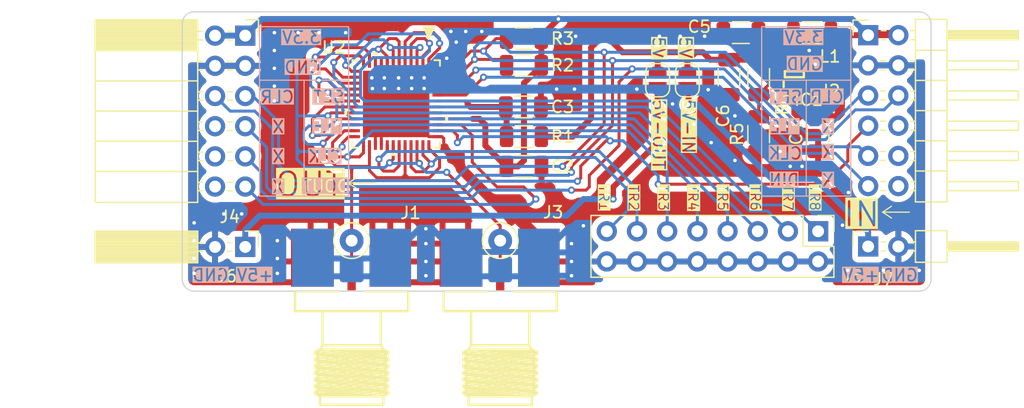
<source format=kicad_pcb>
(kicad_pcb (version 20240108) (generator "pcbnew") (generator_version "8.0")
  (layers (0 "F.Cu" signal) (31 "B.Cu" signal) (34 "B.Paste" user) (35 "F.Paste" user) (36 "B.SilkS" user "B.Silkscreen") (37 "F.SilkS" user "F.Silkscreen") (38 "B.Mask" user) (39 "F.Mask" user) (44 "Edge.Cuts" user))
  (net 0 "")
  (net 1 "+3.3V")
  (net 2 "GND")
  (net 3 "Net-(U2-VCC)")
  (net 4 "+5V")
  (net 5 "Net-(IC1-SW)")
  (net 6 "Net-(IC1-FB)")
  (net 7 "Net-(U2-COM1)")
  (net 8 "/DIN")
  (net 9 "/CLR")
  (net 10 "/*LE")
  (net 12 "/SET")
  (net 13 "/CLK")
  (net 16 "Net-(U2-COM0)")
  (net 19 "/DOUT")
  (net 21 "/TR6")
  (net 22 "/TR3")
  (net 23 "/TR4")
  (net 24 "/TR2")
  (net 25 "/TR8")
  (net 26 "/TR5")
  (net 27 "/TR1")
  (net 28 "/TR7")
  (net 29 "Net-(J6-Pin_1)")
  (net 30 "Net-(J7-Pin_1)")
  (footprint "TestPoint:TestPoint_Loop_D1.80mm_Drill1.0mm_Beaded" (layer "F.Cu") (at 160.75 81.5)
    (property "Reference" "REF**" (hide yes))
    (property "Value" "TestPoint_Loop_D1.80mm_Drill1.0mm_Beaded" (hide yes))
  )
  (footprint "ICTAMKY_V8:AMPHENOL_132357-11-MOD" (layer "F.Cu") (at 160.75 84.5 90)
    (property "Reference" "J3")
    (property "Value" "AMPHENOL_132357-11" (hide yes))
  )
  (footprint "Resistor_SMD:R_1206_3216Metric" (layer "F.Cu") (at 162.75 64.5)
    (property "Reference" "R3")
    (property "Value" "10K")
  )
  (footprint "Connector_PinHeader_2.54mm:PinHeader_2x01_P2.54mm_Horizontal" (layer "F.Cu") (at 191.71 81.99)
    (property "Reference" "J7")
    (property "Value" "22-23-2021")
  )
  (footprint "Jumper:SolderJumper-2_P1.3mm_Open_RoundedPad1.0x1.5mm" (layer "F.Cu") (at 176.5 68 90)
    (property "Reference" "JP2" (hide yes))
    (property "Value" "Jumper_2_Open")
  )
  (footprint "Connector_PinHeader_2.54mm:PinHeader_2x06_P2.54mm_Horizontal" (layer "F.Cu") (at 191.71 64.21)
    (property "Reference" "J2")
    (property "Value" "90122-0126")
  )
  (footprint "Resistor_SMD:R_1206_3216Metric" (layer "F.Cu") (at 182.5 67.75 90)
    (property "Reference" "R4")
    (property "Value" "732K")
  )
  (footprint "Connector_PinSocket_2.54mm:PinSocket_2x01_P2.54mm_Horizontal" (layer "F.Cu") (at 139.3 82.03)
    (property "Reference" "J6")
    (property "Value" "22-23-2021")
  )
  (footprint "Resistor_SMD:R_1206_3216Metric" (layer "F.Cu") (at 182.5 72.5375 90)
    (property "Reference" "R5")
    (property "Value" "100K")
  )
  (footprint "ICTAMKY_V8:21-0144H_T4877-6_MXM" (layer "F.Cu") (at 152 70 -90)
    (property "Reference" "U2")
    (property "Value" "MAX14866UTM+T")
  )
  (footprint "Inductor_SMD:L_1206_3216Metric" (layer "F.Cu") (at 187 64 180)
    (property "Reference" "L1")
    (property "Value" "1uH")
  )
  (footprint "TestPoint:TestPoint_Loop_D1.80mm_Drill1.0mm_Beaded" (layer "F.Cu") (at 148.25 81.5)
    (property "Reference" "REF**" (hide yes))
    (property "Value" "TestPoint_Loop_D1.80mm_Drill1.0mm_Beaded" (hide yes))
  )
  (footprint "Capacitor_SMD:C_1206_3216Metric" (layer "F.Cu") (at 162.7044 70.250001 180)
    (property "Reference" "C3")
    (property "Value" "100nF")
  )
  (footprint "Connector_PinSocket_2.54mm:PinSocket_2x06_P2.54mm_Horizontal" (layer "F.Cu") (at 139.3 64.25)
    (property "Reference" "J4")
    (property "Value" "90122-0126")
  )
  (footprint "SamacSys_Parts:SOTFL50P160X60-6N" (layer "F.Cu") (at 185.5 67.5 90)
    (property "Reference" "IC1")
    (property "Value" "TPS61023DRLR" (hide yes))
  )
  (footprint "Capacitor_SMD:C_1206_3216Metric" (layer "F.Cu") (at 180 67.75 90)
    (property "Reference" "C6")
    (property "Value" "22uF")
  )
  (footprint "Jumper:SolderJumper-2_P1.3mm_Open_RoundedPad1.0x1.5mm" (layer "F.Cu") (at 174 68 90)
    (property "Reference" "JP1" (hide yes))
    (property "Value" "Jumper_2_Open")
  )
  (footprint "ICTAMKY_V8:AMPHENOL_132357-11-MOD" (layer "F.Cu") (at 148.25 84.5 90)
    (property "Reference" "J1")
    (property "Value" "AMPHENOL_132357-11" (hide yes))
  )
  (footprint "Resistor_SMD:R_1206_3216Metric" (layer "F.Cu") (at 162.75 66.75)
    (property "Reference" "R2")
    (property "Value" "10K")
  )
  (footprint "Resistor_SMD:R_1206_3216Metric" (layer "F.Cu") (at 162.75 72.75)
    (property "Reference" "R1")
    (property "Value" "10R")
  )
  (footprint "Capacitor_SMD:C_1206_3216Metric" (layer "F.Cu") (at 181 64)
    (property "Reference" "C5")
    (property "Value" "22uF")
  )
  (footprint "Capacitor_SMD:C_1206_3216Metric" (layer "F.Cu") (at 162.75 75.25 180)
    (property "Reference" "C2")
    (property "Value" "1uF")
  )
  (footprint "Connector_PinHeader_2.54mm:PinHeader_2x08_P2.54mm_Vertical" (layer "F.Cu") (at 187.5 80.71 -90)
    (property "Reference" "J5")
    (property "Value" "Conn_02x08_Odd_Even")
  )
  (footprint "Capacitor_SMD:C_1206_3216Metric" (layer "F.Cu") (at 187.5 72.5 90)
    (property "Reference" "C4")
    (property "Value" "10uF")
  )
  (gr_line (start 144.25 77.75) (end 144.25 68) (stroke (width 0.1)) (layer "B.SilkS"))
  (gr_line (start 148 68) (end 140.5 68) (stroke (width 0.1)) (layer "B.SilkS"))
  (gr_rect (start 140.5 63.5) (end 148 77.75) (stroke (width 0.1)) (fill none) (layer "B.SilkS"))
  (gr_line (start 190.25 68) (end 182.75 68) (stroke (width 0.1)) (layer "B.SilkS"))
  (gr_rect (start 182.75 63.5) (end 190.25 77.75) (stroke (width 0.1)) (fill none) (layer "B.SilkS"))
  (gr_line (start 186.5 77.75) (end 186.5 68) (stroke (width 0.1)) (layer "B.SilkS"))
  (gr_poly (pts (xy 154.25 63.5) (xy 155.25 63.5) (xy 154.75 64.5)) (stroke (width 0.1)) (fill solid) (layer "F.SilkS"))
  (gr_line (start 192.925 79.1) (end 193.675 78.6) (stroke (width 0.1)) (layer "F.SilkS"))
  (gr_line (start 147.975 76.65) (end 148.725 77.15) (stroke (width 0.1)) (layer "F.SilkS"))
  (gr_line (start 147.975 76.65) (end 148.725 76.15) (stroke (width 0.1)) (layer "F.SilkS"))
  (gr_line (start 150.225 76.65) (end 147.975 76.65) (stroke (width 0.1)) (layer "F.SilkS"))
  (gr_line (start 192.925 79.1) (end 193.675 79.6) (stroke (width 0.1)) (layer "F.SilkS"))
  (gr_line (start 195.175 79.1) (end 192.925 79.1) (stroke (width 0.1)) (layer "F.SilkS"))
  (gr_arc (start 134 63.25) (mid 134.292893 62.542893) (end 135 62.25) (stroke (width 0.1)) (layer "Edge.Cuts"))
  (gr_arc (start 135 85.75) (mid 134.292893 85.457107) (end 134 84.75) (stroke (width 0.1)) (layer "Edge.Cuts"))
  (gr_line (start 197 63.25) (end 197 84.75) (stroke (width 0.1)) (layer "Edge.Cuts"))
  (gr_line (start 134 84.75) (end 134 63.25) (stroke (width 0.1)) (layer "Edge.Cuts"))
  (gr_line (start 135 62.25) (end 196 62.25) (stroke (width 0.1)) (layer "Edge.Cuts"))
  (gr_arc (start 196 62.25) (mid 196.707107 62.542893) (end 197 63.25) (stroke (width 0.1)) (layer "Edge.Cuts"))
  (gr_arc (start 197 84.75) (mid 196.707107 85.457107) (end 196 85.75) (stroke (width 0.1)) (layer "Edge.Cuts"))
  (gr_line (start 196 85.75) (end 135 85.75) (stroke (width 0.1)) (layer "Edge.Cuts"))
  (gr_text "X" (at 187.75 71.25 180) (layer "B.SilkS" knockout) (effects (font (size 1 1)) (justify left bottom mirror)))
  (gr_text "DIN" (at 186 77 0) (layer "B.SilkS" knockout) (effects (font (size 1 1)) (justify left bottom mirror)))
  (gr_text "CLK" (at 147.5 75 0) (layer "B.SilkS" knockout) (effects (font (size 1 1)) (justify left bottom mirror)))
  (gr_text "+5V" (at 141.75 85 0) (layer "B.SilkS" knockout) (effects (font (size 1 1)) (justify left bottom mirror)))
  (gr_text "+5V" (at 192.75 85 0) (layer "B.SilkS" knockout) (effects (font (size 1 1)) (justify left bottom mirror)))
  (gr_text "X" (at 187.75 73.4 180) (layer "B.SilkS" knockout) (effects (font (size 1 1)) (justify left bottom mirror)))
  (gr_text "GND" (at 145.75 67.5 0) (layer "B.SilkS" knockout) (effects (font (size 1 1)) (justify left bottom mirror)))
  (gr_text "GND" (at 138 85 0) (layer "B.SilkS" knockout) (effects (font (size 1 1)) (justify left bottom mirror)))
  (gr_text "3.3V" (at 145.75 65 0) (layer "B.SilkS" knockout) (effects (font (size 1 1)) (justify left bottom mirror)))
  (gr_text "X" (at 141.5 76.3 180) (layer "B.SilkS" knockout) (effects (font (size 1 1)) (justify left bottom mirror)))
  (gr_text "CLR" (at 189.75 70 0) (layer "B.SilkS" knockout) (effects (font (size 1 1)) (justify left bottom mirror)))
  (gr_text "X" (at 187.75 75.75 180) (layer "B.SilkS" knockout) (effects (font (size 1 1)) (justify left bottom mirror)))
  (gr_text "SET" (at 186.25 70 0) (layer "B.SilkS" knockout) (effects (font (size 1 1)) (justify left bottom mirror)))
  (gr_text "DOUT" (at 148.1 77.5 0) (layer "B.SilkS" knockout) (effects (font (size 1 1)) (justify left bottom mirror)))
  (gr_text "X" (at 141.5 73.75 180) (layer "B.SilkS" knockout) (effects (font (size 1 1)) (justify left bottom mirror)))
  (gr_text "SET" (at 147.75 70 0) (layer "B.SilkS" knockout) (effects (font (size 1 1)) (justify left bottom mirror)))
  (gr_text "3.3V" (at 188 65 0) (layer "B.SilkS" knockout) (effects (font (size 1 1)) (justify left bottom mirror)))
  (gr_text "CLR" (at 143.5 70 0) (layer "B.SilkS" knockout) (effects (font (size 1 1)) (justify left bottom mirror)))
  (gr_text "CLK" (at 186.25 74.75 0) (layer "B.SilkS" knockout) (effects (font (size 1 1)) (justify left bottom mirror)))
  (gr_text "GND" (at 188 67.25 0) (layer "B.SilkS" knockout) (effects (font (size 1 1)) (justify left bottom mirror)))
  (gr_text "*LE" (at 186 72.5 0) (layer "B.SilkS" knockout) (effects (font (size 1 1)) (justify left bottom mirror)))
  (gr_text "GND" (at 196 85 0) (layer "B.SilkS" knockout) (effects (font (size 1 1)) (justify left bottom mirror)))
  (gr_text "X" (at 141.5 71.25 180) (layer "B.SilkS" knockout) (effects (font (size 1 1)) (justify left bottom mirror)))
  (gr_text "*LE" (at 147.5 72.5 0) (layer "B.SilkS" knockout) (effects (font (size 1 1)) (justify left bottom mirror)))
  (gr_text "OUT" (at 141.7 77.95 0) (layer "F.SilkS" knockout) (effects (font (size 2 2) (thickness 0.2)) (justify left bottom)))
  (gr_text "TR6" (at 181.75 76.75 -90) (layer "F.SilkS" knockout) (effects (font (size 0.8 0.8) (thickness 0.1)) (justify left bottom)))
  (gr_text "TR4" (at 176.5 76.75 -90) (layer "F.SilkS" knockout) (effects (font (size 0.8 0.8) (thickness 0.1)) (justify left bottom)))
  (gr_text "TR7" (at 184.5 76.75 -90) (layer "F.SilkS" knockout) (effects (font (size 0.8 0.8) (thickness 0.1)) (justify left bottom)))
  (gr_text "TR1" (at 169 76.75 -90) (layer "F.SilkS" knockout) (effects (font (size 0.8 0.8) (thickness 0.1)) (justify left bottom)))
  (gr_text "5V" (at 173.5 64.25 -90) (layer "F.SilkS" knockout) (effects (font (size 1 1)) (justify left bottom)))
  (gr_text "TR3" (at 174 76.75 -90) (layer "F.SilkS" knockout) (effects (font (size 0.8 0.8) (thickness 0.1)) (justify left bottom)))
  (gr_text "TR8" (at 186.75 76.75 -90) (layer "F.SilkS" knockout) (effects (font (size 0.8 0.8) (thickness 0.1)) (justify left bottom)))
  (gr_text "5V-OUT" (at 173.5 69.5 -90) (layer "F.SilkS" knockout) (effects (font (size 1 1)) (justify left bottom)))
  (gr_text "5V-IN" (at 176 69.5 270) (layer "F.SilkS" knockout) (effects (font (size 1 1)) (justify left bottom)))
  (gr_text "IN" (at 189.5 80.45 0) (layer "F.SilkS" knockout) (effects (font (size 2 2) (thickness 0.2)) (justify left bottom)))
  (gr_text "TR2" (at 171.5 76.75 -90) (layer "F.SilkS" knockout) (effects (font (size 0.8 0.8) (thickness 0.1)) (justify left bottom)))
  (gr_text "TR5" (at 179 76.75 -90) (layer "F.SilkS" knockout) (effects (font (size 0.8 0.8) (thickness 0.1)) (justify left bottom)))
  (gr_text "5V" (at 175.75 64.25 -90) (layer "F.SilkS" knockout) (effects (font (size 1 1)) (justify left bottom)))
  (segment (start 161.25 75.25) (end 161.275 75.25) (width 0.5) (layer "F.Cu") (net 1))
  (segment (start 185.5 69.1) (end 185.5 68.419) (width 0.3) (layer "F.Cu") (net 1))
  (segment (start 158.45 71.25) (end 155.4544 71.25) (width 0.25) (layer "F.Cu") (net 1))
  (segment (start 159 71.25) (end 159.5 71.75) (width 0.5) (layer "F.Cu") (net 1))
  (segment (start 164.2125 64.5) (end 164.2125 66.75) (width 0.5) (layer "F.Cu") (net 1))
  (segment (start 161.275 75.25) (end 162.25 75.25) (width 0.5) (layer "F.Cu") (net 1))
  (segment (start 162.75 74.75) (end 162.75 68.25) (width 0.5) (layer "F.Cu") (net 1))
  (segment (start 162.25 75.25) (end 162.75 74.75) (width 0.5) (layer "F.Cu") (net 1))
  (segment (start 164.2125 64.2875) (end 164.2125 64.5) (width 0.5) (layer "F.Cu") (net 1))
  (segment (start 158.45 71.25) (end 159 71.25) (width 0.5) (layer "F.Cu") (net 1))
  (segment (start 187.331 68.25) (end 185.669 68.25) (width 0.3) (layer "F.Cu") (net 1))
  (segment (start 161.275 75.075) (end 161.275 75.25) (width 0.25) (layer "F.Cu") (net 1))
  (segment (start 159.5 71.75) (end 159.5 73.5) (width 0.5) (layer "F.Cu") (net 1))
  (segment (start 164.2125 66.7875) (end 164.2125 66.75) (width 0.5) (layer "F.Cu") (net 1))
  (segment (start 194.25 64.025) (end 191.71 64.025) (width 0.5) (layer "F.Cu") (net 1))
  (segment (start 165.65 62.85) (end 164.2125 64.2875) (width 0.5) (layer "F.Cu") (net 1))
  (segment (start 162.75 68.25) (end 164.2125 66.7875) (width 0.5) (layer "F.Cu") (net 1))
  (segment (start 159.5 73.5) (end 161.25 75.25) (width 0.5) (layer "F.Cu") (net 1))
  (via (at 165.65 62.85) (size 0.6) (drill 0.3) (layers "F.Cu" "B.Cu") (net 1))
  (segment (start 139.3 64.25) (end 136.76 64.25) (width 0.5) (layer "B.Cu") (net 1))
  (segment (start 140.7 62.85) (end 139.3 64.25) (width 0.5) (layer "B.Cu") (net 1))
  (segment (start 165.65 62.85) (end 140.7 62.85) (width 0.5) (layer "B.Cu") (net 1))
  (segment (start 181.1 62.85) (end 190.35 62.85) (width 0.5) (layer "B.Cu") (net 1))
  (segment (start 190.35 62.85) (end 191.71 64.21) (width 0.5) (layer "B.Cu") (net 1))
  (segment (start 181.1 62.85) (end 165.65 62.85) (width 0.5) (layer "B.Cu") (net 1))
  (segment (start 153 82.09375) (end 153 78.60625) (width 0.5) (layer "F.Cu") (net 2))
  (segment (start 156.24375 81.75) (end 152.75625 81.75) (width 0.5) (layer "F.Cu") (net 2))
  (segment (start 150.75 66.5456) (end 150.75 68.75) (width 0.25) (layer "F.Cu") (net 2))
  (segment (start 150.250001 66.5456) (end 150.250001 68.250001) (width 0.25) (layer "F.Cu") (net 2))
  (segment (start 144.6375 83.25) (end 141.15 83.25) (width 0.5) (layer "F.Cu") (net 2))
  (segment (start 168.49375 85) (end 165.00625 85) (width 0.5) (layer "F.Cu") (net 2))
  (segment (start 151.5 82.4375) (end 151.5 78.95) (width 0.5) (layer "F.Cu") (net 2))
  (segment (start 164 82.4875) (end 164 81.35) (width 1) (layer "F.Cu") (net 2))
  (segment (start 156.24375 85) (end 152.75625 85) (width 0.5) (layer "F.Cu") (net 2))
  (segment (start 155.4544 70.750001) (end 152.750001 70.750001) (width 0.25) (layer "F.Cu") (net 2))
  (segment (start 155.4544 70.25) (end 152.25 70.25) (width 0.25) (layer "F.Cu") (net 2))
  (segment (start 150.250001 73.4544) (end 150.250001 71.749999) (width 0.25) (layer "F.Cu") (net 2))
  (segment (start 158.05 82.49375) (end 158.05 79.00625) (width 0.5) (layer "F.Cu") (net 2))
  (segment (start 155.4544 67.25) (end 155.8 67.25) (width 0.25) (layer "F.Cu") (net 2))
  (segment (start 155.85 72.75) (end 156 72.9) (width 0.25) (layer "F.Cu") (net 2))
  (segment (start 167.85 83.25) (end 164.95625 83.25) (width 0.5) (layer "F.Cu") (net 2))
  (segment (start 143.74375 85) (end 140.25625 85) (width 0.5) (layer "F.Cu") (net 2))
  (segment (start 155.4544 72.75) (end 154.75 72.75) (width 0.25) (layer "F.Cu") (net 2))
  (segment (start 154.75 72.75) (end 152 70) (width 0.25) (layer "F.Cu") (net 2))
  (segment (start 150.75 73.4544) (end 150.75 71.25) (width 0.25) (layer "F.Cu") (net 2))
  (segment (start 156.24375 83.25) (end 152.75625 83.25) (width 0.5) (layer "F.Cu") (net 2))
  (segment (start 164 81.35) (end 161.4 78.75) (width 1) (layer "F.Cu") (net 2))
  (segment (start 155.9 82.54375) (end 155.9 79.05625) (width 0.5) (layer "F.Cu") (net 2))
  (segment (start 155.8 67.25) (end 156.05 67) (width 0.25) (layer "F.Cu") (net 2))
  (segment (start 156 72.9) (end 156 73.8) (width 0.25) (layer "F.Cu") (net 2))
  (segment (start 156.05 67) (end 156.05 66.2) (width 0.25) (layer "F.Cu") (net 2))
  (segment (start 186.15 66.662) (end 187.4 66.662) (width 0.5) (layer "F.Cu") (net 2))
  (segment (start 150 82.39375) (end 150 78.90625) (width 0.5) (layer "F.Cu") (net 2))
  (segment (start 144.8 78.1) (end 144.8 81.5875) (width 0.5) (layer "F.Cu") (net 2))
  (segment (start 161.4 78.75) (end 161.35 78.75) (width 1) (layer "F.Cu") (net 2))
  (segment (start 156 73.8) (end 156.6 74.4) (width 0.25) (layer "F.Cu") (net 2))
  (segment (start 146.5 78.35) (end 146.5 81.8375) (width 0.5) (layer "F.Cu") (net 2))
  (segment (start 155.4544 72.75) (end 155.85 72.75) (width 0.25) (layer "F.Cu") (net 2))
  (segment (start 153.925 68.075) (end 153.575 68.425) (width 0.25) (layer "F.Cu") (net 2))
  (segment (start 155.4544 67.25) (end 154.75 67.25) (width 0.25) (layer "F.Cu") (net 2))
  (segment (start 154.75 67.25) (end 153.925 68.075) (width 0.25) (layer "F.Cu") (net 2))
  (via (at 186.15 75.25) (size 0.6) (drill 0.3) (layers "F.Cu" "B.Cu") (net 2))
  (via (at 152.2 67.8) (size 0.6) (drill 0.3) (layers "F.Cu" "B.Cu") (net 2))
  (via (at 154.35 67.8) (size 0.6) (drill 0.3) (layers "F.Cu" "B.Cu") (net 2))
  (via (at 141.75 68.5) (size 0.6) (drill 0.3) (layers "F.Cu" "B.Cu") (net 2))
  (via (at 142 83) (size 0.6) (drill 0.3) (layers "F.Cu" "B.Cu") (net 2))
  (via (at 142 84.25) (size 0.6) (drill 0.3) (layers "F.Cu" "B.Cu") (net 2))
  (via (at 141.75 67) (size 0.6) (drill 0.3) (layers "F.Cu" "B.Cu") (net 2))
  (via (at 185.15 75.25) (size 0.6) (drill 0.3) (layers "F.Cu" "B.Cu") (net 2))
  (via (at 139 79.25) (size 0.6) (drill 0.3) (layers "F.Cu" "B.Cu") (net 2))
  (via (at 143.75 64) (size 0.6) (drill 0.3) (layers "F.Cu" "B.Cu") (net 2))
  (via (at 156.25 66.15) (size 0.6) (drill 0.3) (layers "F.Cu" "B.Cu") (net 2))
  (via (at 159.2 63.9) (size 0.6) (drill 0.3) (layers "F.Cu" "B.Cu") (net 2))
  (via (at 154.5 81.75) (size 0.6) (drill 0.3) (layers "F.Cu" "B.Cu") (net 2))
  (via (at 141.75 65.5) (size 0.6) (drill 0.3) (layers "F.Cu" "B.Cu") (net 2))
  (via (at 149.95 67.8) (size 0.6) (drill 0.3) (layers "F.Cu" "B.Cu") (net 2))
  (via (at 175.25 70) (size 0.6) (drill 0.3) (layers "F.Cu" "B.Cu") (net 2))
  (via (at 141.75 64) (size 0.6) (drill 0.3) (layers "F.Cu" "B.Cu") (net 2))
  (via (at 137.5 79.25) (size 0.6) (drill 0.3) (layers "F.Cu" "B.Cu") (net 2))
  (via (at 157.85 63.9) (size 0.6) (drill 0.3) (layers "F.Cu" "B.Cu") (net 2))
  (via (at 178.25 68.8) (size 0.6) (drill 0.3) (layers "F.Cu" "B.Cu") (net 2))
  (via (at 135 83) (size 0.6) (drill 0.3) (layers "F.Cu" "B.Cu") (net 2))
  (via (at 189.55 80.2) (size 0.6) (drill 0.3) (layers "F.Cu" "B.Cu") (net 2))
  (via (at 187.25 66.662) (size 0.6) (drill 0.3) (layers "F.Cu" "B.Cu") (net 2))
  (via (at 145.5 64) (size 0.6) (drill 0.3) (layers "F.Cu" "B.Cu") (net 2))
  (via (at 184.3 74) (size 0.6) (drill 0.3) (layers "F.Cu" "B.Cu") (net 2))
  (via (at 166.75 84.45) (size 0.6) (drill 0.3) (layers "F.Cu" "B.Cu") (net 2))
  (via (at 156.6 63.9) (size 0.6) (drill 0.3) (layers "F.Cu" "B.Cu") (net 2))
  (via (at 165.8 64.3) (size 0.6) (drill 0.3) (layers "F.Cu" "B.Cu") (net 2))
  (via (at 177.95 64.3) (size 0.6) (drill 0.3) (layers "F.Cu" "B.Cu") (net 2))
  (via (at 135 81.5) (size 0.6) (drill 0.3) (layers "F.Cu" "B.Cu") (net 2))
  (via (at 150 68.7) (size 0.6) (drill 0.3) (layers "F.Cu" "B.Cu") (net 2))
  (via (at 180.5 71) (size 0.6) (drill 0.3) (layers "F.Cu" "B.Cu") (net 2))
  (via (at 174.15 64.3) (size 0.6) (drill 0.3) (layers "F.Cu" "B.Cu") (net 2))
  (via (at 147.75 64) (size 0.6) (drill 0.3) (layers "F.Cu" "B.Cu") (net 2))
  (via (at 154.5 80.5) (size 0.6) (drill 0.3) (layers "F.Cu" "B.Cu") (net 2))
  (via (at 153.3 67.8) (size 0.6) (drill 0.3) (layers "F.Cu" "B.Cu") (net 2))
  (via (at 167.75 80.25) (size 0.6) (drill 0.3) (layers "F.Cu" "B.Cu") (net 2))
  (via (at 151 68.7) (size 0.6) (drill 0.3) (layers "F.Cu" "B.Cu") (net 2))
  (via (at 151 67.8) (size 0.6) (drill 0.3) (layers "F.Cu" "B.Cu") (net 2))
  (via (at 177.05 71.7) (size 0.6) (drill 0.3) (layers "F.Cu" "B.Cu") (net 2))
  (via (at 175.9 64.3) (size 0.6) (drill 0.3) (layers "F.Cu" "B.Cu") (net 2))
  (via (at 190 84) (size 0.6) (drill 0.3) (layers "F.Cu" "B.Cu") (net 2))
  (via (at 167.1 64.3) (size 0.6) (drill 0.3) (layers "F.Cu" "B.Cu") (net 2))
  (via (at 153.3 68.7) (size 0.6) (drill 0.3) (layers "F.Cu" "B.Cu") (net 2))
  (via (at 196 84) (size 0.6) (drill 0.3) (layers "F.Cu" "B.Cu") (net 2))
  (via (at 190.05 77.45) (size 0.6) (drill 0.3) (layers "F.Cu" "B.Cu") (net 2))
  (via (at 178.5 73.25) (size 0.6) (drill 0.3) (layers "F.Cu" "B.Cu") (net 2))
  (via (at 141.75 69.75) (size 0.6) (drill 0.3) (layers "F.Cu" "B.Cu") (net 2))
  (via (at 157.05 64.8) (size 0.6) (drill 0.3) (layers "F.Cu" "B.Cu") (net 2))
  (via (at 135 84.25) (size 0.6) (drill 0.3) (layers "F.Cu" "B.Cu") (net 2))
  (via (at 142 81.5) (size 0.6) (drill 0.3) (layers "F.Cu" "B.Cu") (net 2))
  (via (at 166.75 83.25) (size 0.6) (drill 0.3) (layers "F.Cu" "B.Cu") (net 2))
  (via (at 180.5 74.75) (size 0.6) (drill 0.3) (layers "F.Cu" "B.Cu") (net 2))
  (via (at 172.25 68.75) (size 0.6) (drill 0.3) (layers "F.Cu" "B.Cu") (net 2))
  (via (at 165.5 68.75) (size 0.6) (drill 0.3) (layers "F.Cu" "B.Cu") (net 2))
  (via (at 152.2 68.7) (size 0.6) (drill 0.3) (layers "F.Cu" "B.Cu") (net 2))
  (via (at 193 84) (size 0.6) (drill 0.3) (layers "F.Cu" "B.Cu") (net 2))
  (via (at 135 80) (size 0.6) (drill 0.3) (layers "F.Cu" "B.Cu") (net 2))
  (via (at 154.5 83.25) (size 0.6) (drill 0.3) (layers "F.Cu" "B.Cu") (net 2))
  (via (at 166.75 81.75) (size 0.6) (drill 0.3) (layers "F.Cu" "B.Cu") (net 2))
  (via (at 154.35 68.7) (size 0.6) (drill 0.3) (layers "F.Cu" "B.Cu") (net 2))
  (via (at 154.5 84.45) (size 0.6) (drill 0.3) (layers "F.Cu" "B.Cu") (net 2))
  (via (at 186.75 65.5) (size 0.6) (drill 0.3) (layers "F.Cu" "B.Cu") (net 2))
  (via (at 167 68.75) (size 0.6) (drill 0.3) (layers "F.Cu" "B.Cu") (net 2))
  (segment (start 162.5 82.4875) (end 167.8875 82.4875) (width 0.5) (layer "B.Cu") (net 2))
  (segment (start 157.25 84.5) (end 163.75 84.5) (width 0.5) (layer "B.Cu") (net 2))
  (segment (start 167.8875 82.4875) (end 167.95 82.55) (width 0.5) (layer "B.Cu") (net 2))
  (segment (start 145.05 83) (end 151.55 83) (width 0.5) (layer "B.Cu") (net 2))
  (segment (start 157.3 82.45) (end 163.8 82.45) (width 0.5) (layer "B.Cu") (net 2))
  (segment (start 144.95 84.5) (end 151.45 84.5) (width 0.5) (layer "B.Cu") (net 2))
  (segment (start 162.85 84.45) (end 168.35 84.45) (width 0.5) (layer "B.Cu") (net 2))
  (segment (start 161.229399 70.25) (end 161.2294 70.250001) (width 0.25) (layer "F.Cu") (net 3))
  (segment (start 161.2875 72.75) (end 161.2875 70.308101) (width 0.5) (layer "F.Cu") (net 3))
  (segment (start 161.2875 70.308101) (end 161.2294 70.250001) (width 0.25) (layer "F.Cu") (net 3))
  (segment (start 157.75 69.75) (end 155.4544 69.75) (width 0.25) (layer "F.Cu") (net 3))
  (segment (start 158 70) (end 158.25 70.25) (width 0.5) (layer "F.Cu") (net 3))
  (segment (start 158.25 70.25) (end 161.229399 70.25) (width 0.5) (layer "F.Cu") (net 3))
  (segment (start 158 70) (end 157.75 69.75) (width 0.25) (layer "F.Cu") (net 3))
  (segment (start 174 66.15) (end 173.5 65.65) (width 0.5) (layer "F.Cu") (net 4))
  (segment (start 164.2125 72.75) (end 166.85 72.75) (width 0.5) (layer "F.Cu") (net 4))
  (segment (start 176.5 66.25) (end 176.5 65.95) (width 0.5) (layer "F.Cu") (net 4))
  (segment (start 174 65.65) (end 174.75 65.65) (width 0.5) (layer "F.Cu") (net 4))
  (segment (start 174.75 65.65) (end 176 65.65) (width 0.5) (layer "F.Cu") (net 4))
  (segment (start 177.2 65.65) (end 177.8 65.65) (width 0.5) (layer "F.Cu") (net 4))
  (segment (start 182.8745 66.662) (end 182.5 66.2875) (width 0.5) (layer "F.Cu") (net 4))
  (segment (start 178.425 66.275) (end 180 66.275) (width 0.5) (layer "F.Cu") (net 4))
  (segment (start 176.8 65.65) (end 177.2 65.65) (width 0.5) (layer "F.Cu") (net 4))
  (segment (start 174 66.25) (end 174 65.65) (width 0.5) (layer "F.Cu") (net 4))
  (segment (start 176.5 66.5) (end 176.5 66.25) (width 0.5) (layer "F.Cu") (net 4))
  (segment (start 180 66.275) (end 182.4875 66.275) (width 0.5) (layer "F.Cu") (net 4))
  (segment (start 169.05 64.6) (end 170 64.6) (width 0.5) (layer "F.Cu") (net 4))
  (segment (start 176.5 66.5) (end 176.5 66.35) (width 0.5) (layer "F.Cu") (net 4))
  (segment (start 182.475 66.2625) (end 182.5 66.2875) (width 0.5) (layer "F.Cu") (net 4))
  (segment (start 176.5 66.35) (end 177.2 65.65) (width 0.5) (layer "F.Cu") (net 4))
  (segment (start 174 66.25) (end 174 66.15) (width 0.5) (layer "F.Cu") (net 4))
  (segment (start 168.4 71.2) (end 168.4 65.25) (width 0.5) (layer "F.Cu") (net 4))
  (segment (start 174 67.35) (end 174 66.25) (width 0.5) (layer "F.Cu") (net 4))
  (segment (start 176.5 66.25) (end 176.5 65.65) (width 0.5) (layer "F.Cu") (net 4))
  (segment (start 182.475 64) (end 182.475 66.2625) (width 0.5) (layer "F.Cu") (net 4))
  (segment (start 177.8 65.65) (end 178.425 66.275) (width 0.5) (layer "F.Cu") (net 4))
  (segment (start 166.85 72.75) (end 168.4 71.2) (width 0.5) (layer "F.Cu") (net 4))
  (segment (start 176.5 67.35) (end 176.5 66.5) (width 0.5) (layer "F.Cu") (net 4))
  (segment (start 184.85 66.662) (end 182.7245 66.662) (width 0.5) (layer "F.Cu") (net 4))
  (segment (start 174.5 65.65) (end 174.75 65.65) (width 0.5) (layer "F.Cu") (net 4))
  (segment (start 176 65.65) (end 176.5 65.65) (width 0.5) (layer "F.Cu") (net 4))
  (segment (start 173.5 65.65) (end 174 65.65) (width 0.5) (layer "F.Cu") (net 4))
  (segment (start 182.4875 66.275) (end 182.5 66.2875) (width 0.5) (layer "F.Cu") (net 4))
  (segment (start 176.5 66.25) (end 176.5 66.15) (width 0.5) (layer "F.Cu") (net 4))
  (segment (start 174 66.15) (end 174.5 65.65) (width 0.5) (layer "F.Cu") (net 4))
  (segment (start 176.5 65.95) (end 176.8 65.65) (width 0.5) (layer "F.Cu") (net 4))
  (segment (start 170 64.6) (end 171.05 65.65) (width 0.5) (layer "F.Cu") (net 4))
  (segment (start 171.05 65.65) (end 173.5 65.65) (width 0.5) (layer "F.Cu") (net 4))
  (segment (start 168.4 65.25) (end 169.05 64.6) (width 0.5) (layer "F.Cu") (net 4))
  (segment (start 176.5 66.15) (end 176 65.65) (width 0.5) (layer "F.Cu") (net 4))
  (segment (start 176.5 65.65) (end 176.8 65.65) (width 0.5) (layer "F.Cu") (net 4))
  (segment (start 185.5 66.662) (end 185.5 64.075) (width 0.25) (layer "F.Cu") (net 5))
  (segment (start 185.5 64.075) (end 185.425 64) (width 0.25) (layer "F.Cu") (net 5))
  (segment (start 183.3745 68.338) (end 182.5 69.2125) (width 0.25) (layer "F.Cu") (net 6))
  (segment (start 185 68.338) (end 183.3745 68.338) (width 0.25) (layer "F.Cu") (net 6))
  (segment (start 182.5 69.2125) (end 182.5 71.075) (width 0.25) (layer "F.Cu") (net 6))
  (segment (start 148.25 75.75) (end 148.25 75.499999) (width 0.25) (layer "F.Cu") (net 7))
  (segment (start 148.25 75.499999) (end 148 75.249999) (width 0.25) (layer "F.Cu") (net 7))
  (segment (start 148.25 84) (end 148.25 75.75) (width 0.25) (layer "F.Cu") (net 7))
  (segment (start 153 76.2) (end 154.8 76.2) (width 0.25) (layer "F.Cu") (net 7))
  (segment (start 148.25 75.499999) (end 148.5 75.249999) (width 0.25) (layer "F.Cu") (net 7))
  (segment (start 155.65 75.35) (end 155.65 74.65) (width 0.25) (layer "F.Cu") (net 7))
  (segment (start 155.65 74.65) (end 154.752001 73.752001) (width 0.25) (layer "F.Cu") (net 7))
  (segment (start 147.75 66.75) (end 148.247999 67.247999) (width 0.25) (layer "F.Cu") (net 7))
  (segment (start 154.752001 73.752001) (end 154.752001 73.4544) (width 0.25) (layer "F.Cu") (net 7))
  (segment (start 145.85 74.15) (end 146.949999 75.249999) (width 0.25) (layer "F.Cu") (net 7))
  (segment (start 148.247999 67.247999) (end 148.25 67.247999) (width 0.25) (layer "F.Cu") (net 7))
  (segment (start 145.85 73.3) (end 145.85 74.15) (width 0.25) (layer "F.Cu") (net 7))
  (segment (start 152.750001 76.149999) (end 152.750001 76) (width 0.25) (layer "F.Cu") (net 7))
  (segment (start 152.5 76.2) (end 152.7 76.2) (width 0.25) (layer "F.Cu") (net 7))
  (segment (start 152.750001 76.2) (end 153 76.2) (width 0.25) (layer "F.Cu") (net 7))
  (segment (start 149.749999 75.249999) (end 149.749999 75.599999) (width 0.25) (layer "F.Cu") (net 7))
  (segment (start 153.749999 65.500001) (end 154 65.25) (width 0.25) (layer "F.Cu") (net 7))
  (segment (start 152.750001 76) (end 152.7 76) (width 0.25) (layer "F.Cu") (net 7))
  (segment (start 152.7 76.2) (end 152.750001 76.149999) (width 0.25) (layer "F.Cu") (net 7))
  (segment (start 149.749999 73.4544) (end 149.749999 74.500001) (width 0.25) (layer "F.Cu") (net 7))
  (segment (start 146.499999 69.249999) (end 146.25 69) (width 0.25) (layer "F.Cu") (net 7))
  (segment (start 152.750001 76) (end 152.8 76) (width 0.25) (layer "F.Cu") (net 7))
  (segment (start 154.8 76.2) (end 155.65 75.35) (width 0.25) (layer "F.Cu") (net 7))
  (segment (start 148.5456 69.249999) (end 146.499999 69.249999) (width 0.25) (layer "F.Cu") (net 7))
  (segment (start 149.749999 74.500001) (end 149.749999 75.249999) (width 0.25) (layer "F.Cu") (net 7))
  (segment (start 151.75 65.5) (end 151.75 66.5456) (width 0.25) (layer "F.Cu") (net 7))
  (segment (start 146.949999 75.249999) (end 148 75.249999) (width 0.25) (layer "F.Cu") (net 7))
  (segment (start 148.5 75.249999) (end 149.749999 75.249999) (width 0.25) (layer "F.Cu") (net 7))
  (segment (start 151.5 65.25) (end 151.75 65.5) (width 0.25) (layer "F.Cu") (net 7))
  (segment (start 148.25 75.249999) (end 148.5 75.249999) (width 0.25) (layer "F.Cu") (net 7))
  (segment (start 152.8 76) (end 153 76.2) (width 0.25) (layer "F.Cu") (net 7))
  (segment (start 148 75.249999) (end 148.25 75.249999) (width 0.25) (layer "F.Cu") (net 7))
  (segment (start 149.749999 75.599999) (end 150.35 76.2) (width 0.25) (layer "F.Cu") (net 7))
  (segment (start 148.25 67.247999) (end 148.252001 67.25) (width 0.25) (layer "F.Cu") (net 7))
  (segment (start 152.750001 76) (end 152.750001 73.4544) (width 0.25) (layer "F.Cu") (net 7))
  (segment (start 147.400001 71.749999) (end 148.5456 71.749999) (width 0.25) (layer "F.Cu") (net 7))
  (segment (start 152.7 76) (end 152.5 76.2) (width 0.25) (layer "F.Cu") (net 7))
  (segment (start 145.85 73.3) (end 147.400001 71.749999) (width 0.25) (layer "F.Cu") (net 7))
  (segment (start 148.25 75.75) (end 148.25 75.249999) (width 0.25) (layer "F.Cu") (net 7))
  (segment (start 153.749999 66.5456) (end 153.749999 65.500001) (width 0.25) (layer "F.Cu") (net 7))
  (segment (start 150.35 76.2) (end 152.5 76.2) (width 0.25) (layer "F.Cu") (net 7))
  (segment (start 148.252001 67.25) (end 148.5456 67.25) (width 0.25) (layer "F.Cu") (net 7))
  (via (at 151.5 65.25) (size 0.6) (drill 0.3) (layers "F.Cu" "B.Cu") (net 7))
  (via (at 154 65.25) (size 0.6) (drill 0.3) (layers "F.Cu" "B.Cu") (net 7))
  (via (at 147.75 66.75) (size 0.6) (drill 0.3) (layers "F.Cu" "B.Cu") (net 7))
  (via (at 145.85 73.3) (size 0.6) (drill 0.3) (layers "F.Cu" "B.Cu") (net 7))
  (via (at 146.25 69) (size 0.6) (drill 0.3) (layers "F.Cu" "B.Cu") (net 7))
  (segment (start 144.55 73.4) (end 144.2 73.05) (width 0.25) (layer "B.Cu") (net 7))
  (segment (start 150 64.6) (end 147.85 66.75) (width 0.25) (layer "B.Cu") (net 7))
  (segment (start 146.5 65.75) (end 147.25 65.75) (width 0.25) (layer "B.Cu") (net 7))
  (segment (start 147.25 65.75) (end 147.75 66.25) (width 0.25) (layer "B.Cu") (net 7))
  (segment (start 151.5 65.25) (end 154 65.25) (width 0.25) (layer "B.Cu") (net 7))
  (segment (start 147.75 66.25) (end 147.75 66.75) (width 0.25) (layer "B.Cu") (net 7))
  (segment (start 144.8 67.45) (end 146.5 65.75) (width 0.25) (layer "B.Cu") (net 7))
  (segment (start 144.2 72.3) (end 144.65 71.85) (width 0.25) (layer "B.Cu") (net 7))
  (segment (start 145.75 73.4) (end 144.55 73.4) (width 0.25) (layer "B.Cu") (net 7))
  (segment (start 145.35 69) (end 144.8 68.45) (width 0.25) (layer "B.Cu") (net 7))
  (segment (start 147 71.25) (end 147 69.75) (width 0.25) (layer "B.Cu") (net 7))
  (segment (start 150.95 64.6) (end 150 64.6) (width 0.25) (layer "B.Cu") (net 7))
  (segment (start 144.2 73.05) (end 144.2 72.3) (width 0.25) (layer "B.Cu") (net 7))
  (segment (start 144.65 71.85) (end 146.4 71.85) (width 0.25) (layer "B.Cu") (net 7))
  (segment (start 146.25 69) (end 145.35 69) (width 0.25) (layer "B.Cu") (net 7))
  (segment (start 146.4 71.85) (end 147 71.25) (width 0.25) (layer "B.Cu") (net 7))
  (segment (start 144.8 68.45) (end 144.8 67.45) (width 0.25) (layer "B.Cu") (net 7))
  (segment (start 147.85 66.75) (end 147.75 66.75) (width 0.25) (layer "B.Cu") (net 7))
  (segment (start 151.5 65.25) (end 151.5 65.15) (width 0.25) (layer "B.Cu") (net 7))
  (segment (start 147 69.75) (end 146.25 69) (width 0.25) (layer "B.Cu") (net 7))
  (segment (start 145.85 73.3) (end 145.75 73.4) (width 0.25) (layer "B.Cu") (net 7))
  (segment (start 151.5 65.15) (end 150.95 64.6) (width 0.25) (layer "B.Cu") (net 7))
  (segment (start 157.850001 69.249999) (end 155.4544 69.249999) (width 0.25) (layer "F.Cu") (net 8))
  (segment (start 159.35 67.75) (end 157.850001 69.249999) (width 0.25) (layer "F.Cu") (net 8))
  (via (at 159.35 67.75) (size 0.6) (drill 0.3) (layers "F.Cu" "B.Cu") (net 8))
  (segment (start 179.5 67.75) (end 185.9 74.15) (width 0.25) (layer "B.Cu") (net 8))
  (segment (start 188.95 74.15) (end 191.71 76.91) (width 0.25) (layer "B.Cu") (net 8))
  (segment (start 159.35 67.75) (end 179.5 67.75) (width 0.25) (layer "B.Cu") (net 8))
  (segment (start 185.9 74.15) (end 188.95 74.15) (width 0.25) (layer "B.Cu") (net 8))
  (segment (start 170.2 71.8) (end 170.2 66.35) (width 0.25) (layer "F.Cu") (net 9))
  (segment (start 159.35 65.55) (end 160.4 64.5) (width 0.25) (layer "F.Cu") (net 9))
  (segment (start 156.100001 67.749999) (end 155.4544 67.749999) (width 0.25) (layer "F.Cu") (net 9))
  (segment (start 158.3 65.55) (end 156.100001 67.749999) (width 0.25) (layer "F.Cu") (net 9))
  (segment (start 160.4 64.5) (end 161.2875 64.5) (width 0.25) (layer "F.Cu") (net 9))
  (segment (start 159.35 65.55) (end 158.3 65.55) (width 0.25) (layer "F.Cu") (net 9))
  (segment (start 166.75 75.25) (end 170.2 71.8) (width 0.25) (layer "F.Cu") (net 9))
  (segment (start 166.75 75.75) (end 166.75 75.25) (width 0.25) (layer "F.Cu") (net 9))
  (via (at 166.75 75.75) (size 0.6) (drill 0.3) (layers "F.Cu" "B.Cu") (net 9))
  (via (at 159.35 65.55) (size 0.6) (drill 0.3) (layers "F.Cu" "B.Cu") (net 9))
  (via (at 170.2 66.35) (size 0.6) (drill 0.3) (layers "F.Cu" "B.Cu") (net 9))
  (segment (start 159.35 65.55) (end 160.15 66.35) (width 0.25) (layer "B.Cu") (net 9))
  (segment (start 166.5 76) (end 158.75 76) (width 0.25) (layer "B.Cu") (net 9))
  (segment (start 137.1 69.35) (end 136.9 69.55) (width 0.25) (layer "B.Cu") (net 9))
  (segment (start 138.03 70.6) (end 137.1 69.67) (width 0.25) (layer "B.Cu") (net 9))
  (segment (start 158.75 76) (end 157.8 76.95) (width 0.25) (layer "B.Cu") (net 9))
  (segment (start 190.633794 70.491206) (end 193.048794 70.491206) (width 0.25) (layer "B.Cu") (net 9))
  (segment (start 141.6 76.7) (end 141.6 72.1) (width 0.25) (layer "B.Cu") (net 9))
  (segment (start 179.65 66.35) (end 186.3 73) (width 0.25) (layer "B.Cu") (net 9))
  (segment (start 188.125 73) (end 190.633794 70.491206) (width 0.25) (layer "B.Cu") (net 9))
  (segment (start 166.75 75.75) (end 166.5 76) (width 0.25) (layer "B.Cu") (net 9))
  (segment (start 193.048794 70.491206) (end 194.25 69.29) (width 0.25) (layer "B.Cu") (net 9))
  (segment (start 137.1 69.67) (end 137.1 69.35) (width 0.25) (layer "B.Cu") (net 9))
  (segment (start 141.6 72.1) (end 140.1 70.6) (width 0.25) (layer "B.Cu") (net 9))
  (segment (start 140.1 70.6) (end 138.03 70.6) (width 0.25) (layer "B.Cu") (net 9))
  (segment (start 141.85 76.95) (end 141.6 76.7) (width 0.25) (layer "B.Cu") (net 9))
  (segment (start 186.3 73) (end 188.125 73) (width 0.25) (layer "B.Cu") (net 9))
  (segment (start 157.8 76.95) (end 141.85 76.95) (width 0.25) (layer "B.Cu") (net 9))
  (segment (start 160.15 66.35) (end 179.65 66.35) (width 0.25) (layer "B.Cu") (net 9))
  (segment (start 157.15 73.25) (end 157.15 72.65) (width 0.25) (layer "F.Cu") (net 10))
  (segment (start 190 74.8) (end 190 73.54) (width 0.25) (layer "F.Cu") (net 10))
  (segment (start 169.65 73.1) (end 170 73.1) (width 0.25) (layer "F.Cu") (net 10))
  (segment (start 167.525 75.225) (end 169.65 73.1) (width 0.25) (layer "F.Cu") (net 10))
  (segment (start 188.05 76.75) (end 190 74.8) (width 0.25) (layer "F.Cu") (net 10))
  (segment (start 174.05 76.75) (end 188.05 76.75) (width 0.25) (layer "F.Cu") (net 10))
  (segment (start 167.25 76.5) (end 167.525 76.225) (width 0.25) (layer "F.Cu") (net 10))
  (segment (start 156.750001 72.250001) (end 155.4544 72.250001) (width 0.25) (layer "F.Cu") (net 10))
  (segment (start 190 73.54) (end 191.71 71.83) (width 0.25) (layer "F.Cu") (net 10))
  (segment (start 167.525 76.225) (end 167.525 75.225) (width 0.25) (layer "F.Cu") (net 10))
  (segment (start 157.15 72.65) (end 156.750001 72.250001) (width 0.25) (layer "F.Cu") (net 10))
  (via (at 170 73.1) (size 0.6) (drill 0.3) (layers "F.Cu" "B.Cu") (net 10))
  (via (at 157.15 73.25) (size 0.6) (drill 0.3) (layers "F.Cu" "B.Cu") (net 10))
  (via (at 167.25 76.5) (size 0.6) (drill 0.3) (layers "F.Cu" "B.Cu") (net 10))
  (via (at 174.05 76.75) (size 0.6) (drill 0.3) (layers "F.Cu" "B.Cu") (net 10))
  (segment (start 157.65 72.75) (end 157.15 73.25) (width 0.25) (layer "B.Cu") (net 10))
  (segment (start 174.05 76.05) (end 171.1 73.1) (width 0.25) (layer "B.Cu") (net 10))
  (segment (start 167.25 76.5) (end 159 76.5) (width 0.25) (layer "B.Cu") (net 10))
  (segment (start 174.05 76.75) (end 174.05 76.05) (width 0.25) (layer "B.Cu") (net 10))
  (segment (start 141.55 77.45) (end 141.1 77) (width 0.25) (layer "B.Cu") (net 10))
  (segment (start 171.1 73.1) (end 170 73.1) (width 0.25) (layer "B.Cu") (net 10))
  (segment (start 141.1 73.65) (end 139.32 71.87) (width 0.25) (layer "B.Cu") (net 10))
  (segment (start 170 73.1) (end 169.65 72.75) (width 0.25) (layer "B.Cu") (net 10))
  (segment (start 139.32 71.87) (end 139.3 71.87) (width 0.25) (layer "B.Cu") (net 10))
  (segment (start 159 76.5) (end 158.05 77.45) (width 0.25) (layer "B.Cu") (net 10))
  (segment (start 158.05 77.45) (end 141.55 77.45) (width 0.25) (layer "B.Cu") (net 10))
  (segment (start 141.1 77) (end 141.1 73.65) (width 0.25) (layer "B.Cu") (net 10))
  (segment (start 169.65 72.75) (end 157.65 72.75) (width 0.25) (layer "B.Cu") (net 10))
  (segment (start 166 75.25) (end 166 75.225) (width 0.25) (layer "F.Cu") (net 12))
  (segment (start 158.6 66.25) (end 160.7875 66.25) (width 0.25) (layer "F.Cu") (net 12))
  (segment (start 156.599999 68.250001) (end 155.4544 68.250001) (width 0.25) (layer "F.Cu") (net 12))
  (segment (start 160.7875 66.25) (end 161.2875 66.75) (width 0.25) (layer "F.Cu") (net 12))
  (segment (start 169.5 71.725) (end 169.5 65.65) (width 0.25) (layer "F.Cu") (net 12))
  (segment (start 158.6 66.25) (end 156.599999 68.250001) (width 0.25) (layer "F.Cu") (net 12))
  (segment (start 166 75.225) (end 169.5 71.725) (width 0.25) (layer "F.Cu") (net 12))
  (via (at 158.6 66.25) (size 0.6) (drill 0.3) (layers "F.Cu" "B.Cu") (net 12))
  (via (at 169.5 65.65) (size 0.6) (drill 0.3) (layers "F.Cu" "B.Cu") (net 12))
  (via (at 166 75.25) (size 0.6) (drill 0.3) (layers "F.Cu" "B.Cu") (net 12))
  (segment (start 160.8 64.85) (end 161.6 65.65) (width 0.25) (layer "B.Cu") (net 12))
  (segment (start 142.1 75.1) (end 142.1 71.5) (width 0.25) (layer "B.Cu") (net 12))
  (segment (start 179.7 65.65) (end 186.55 72.5) (width 0.25) (layer "B.Cu") (net 12))
  (segment (start 158.6 66.25) (end 158.6 65.25) (width 0.25) (layer "B.Cu") (net 12))
  (segment (start 158.1 75.25) (end 156.9 76.45) (width 0.25) (layer "B.Cu") (net 12))
  (segment (start 159 64.85) (end 160.8 64.85) (width 0.25) (layer "B.Cu") (net 12))
  (segment (start 191.06 69.29) (end 191.71 69.29) (width 0.25) (layer "B.Cu") (net 12))
  (segment (start 142.1 71.5) (end 139.93 69.33) (width 0.25) (layer "B.Cu") (net 12))
  (segment (start 161.6 65.65) (end 179.7 65.65) (width 0.25) (layer "B.Cu") (net 12))
  (segment (start 139.93 69.33) (end 139.3 69.33) (width 0.25) (layer "B.Cu") (net 12))
  (segment (start 166 75.25) (end 158.1 75.25) (width 0.25) (layer "B.Cu") (net 12))
  (segment (start 186.55 72.5) (end 187.85 72.5) (width 0.25) (layer "B.Cu") (net 12))
  (segment (start 156.9 76.45) (end 143.45 76.45) (width 0.25) (layer "B.Cu") (net 12))
  (segment (start 143.45 76.45) (end 142.1 75.1) (width 0.25) (layer "B.Cu") (net 12))
  (segment (start 187.85 72.5) (end 191.06 69.29) (width 0.25) (layer "B.Cu") (net 12))
  (segment (start 158.6 65.25) (end 159 64.85) (width 0.25) (layer "B.Cu") (net 12))
  (segment (start 170.75 68.15) (end 171.85 67.05) (width 0.25) (layer "F.Cu") (net 13))
  (segment (start 158.7 67.15) (end 157.1 68.75) (width 0.25) (layer "F.Cu") (net 13))
  (segment (start 166.75 77.25) (end 167.975 77.25) (width 0.25) (layer "F.Cu") (net 13))
  (segment (start 167.975 77.25) (end 168.25 76.975) (width 0.25) (layer "F.Cu") (net 13))
  (segment (start 170.75 73.5) (end 170.75 68.15) (width 0.25) (layer "F.Cu") (net 13))
  (segment (start 157.1 68.75) (end 155.4544 68.75) (width 0.25) (layer "F.Cu") (net 13))
  (segment (start 168.25 76.975) (end 168.25 76) (width 0.25) (layer "F.Cu") (net 13))
  (segment (start 168.25 76) (end 170.75 73.5) (width 0.25) (layer "F.Cu") (net 13))
  (via (at 158.7 67.15) (size 0.6) (drill 0.3) (layers "F.Cu" "B.Cu") (net 13))
  (via (at 166.75 77.25) (size 0.6) (drill 0.3) (layers "F.Cu" "B.Cu") (net 13))
  (via (at 171.85 67.05) (size 0.6) (drill 0.3) (layers "F.Cu" "B.Cu") (net 13))
  (segment (start 140.6 75.71) (end 139.3 74.41) (width 0.25) (layer "B.Cu") (net 13))
  (segment (start 158.7 67.15) (end 158.8 67.05) (width 0.25) (layer "B.Cu") (net 13))
  (segment (start 140.6 77.25) (end 140.6 75.71) (width 0.25) (layer "B.Cu") (net 13))
  (segment (start 158.3 77.95) (end 141.3 77.95) (width 0.25) (layer "B.Cu") (net 13))
  (segment (start 186.15 73.6) (end 190.94 73.6) (width 0.25) (layer "B.Cu") (net 13))
  (segment (start 179.6 67.05) (end 186.15 73.6) (width 0.25) (layer "B.Cu") (net 13))
  (segment (start 141.3 77.95) (end 140.6 77.25) (width 0.25) (layer "B.Cu") (net 13))
  (segment (start 159 77.25) (end 158.3 77.95) (width 0.25) (layer "B.Cu") (net 13))
  (segment (start 190.94 73.6) (end 191.71 74.37) (width 0.25) (layer "B.Cu") (net 13))
  (segment (start 158.8 67.05) (end 179.6 67.05) (width 0.25) (layer "B.Cu") (net 13))
  (segment (start 166.75 77.25) (end 159 77.25) (width 0.25) (layer "B.Cu") (net 13))
  (segment (start 145.4 67.05) (end 146.05 67.05) (width 0.25) (layer "F.Cu") (net 16))
  (segment (start 145.2 66.05) (end 145.2 66.85) (width 0.25) (layer "F.Cu") (net 16))
  (segment (start 149.25 65.25) (end 149.752 65.752) (width 0.25) (layer "F.Cu") (net 16))
  (segment (start 146.499999 70.750001) (end 148.5456 70.750001) (width 0.25) (layer "F.Cu") (net 16))
  (segment (start 147.250001 68.250001) (end 148.5456 68.250001) (width 0.25) (layer "F.Cu") (net 16))
  (segment (start 151.75 74.65) (end 151.75 73.4544) (width 0.25) (layer "F.Cu") (net 16))
  (segment (start 153.95 75) (end 153.749999 74.799999) (width 0.25) (layer "F.Cu") (net 16))
  (segment (start 155.65 64.5) (end 155.15 64) (width 0.25) (layer "F.Cu") (net 16))
  (segment (start 156.25 75.75) (end 160.75 80.25) (width 0.25) (layer "F.Cu") (net 16))
  (segment (start 146.05 67.05) (end 147.250001 68.250001) (width 0.25) (layer "F.Cu") (net 16))
  (segment (start 155.65 64.9) (end 155.65 65.3) (width 0.25) (layer "F.Cu") (net 16))
  (segment (start 160.75 80.25) (end 160.75 84.05) (width 0.25) (layer "F.Cu") (net 16))
  (segment (start 149.2358 65.2642) (end 149.25 65.25) (width 0.25) (layer "F.Cu") (net 16))
  (segment (start 145.2 66.05) (end 146.15 66.05) (width 0.25) (layer "F.Cu") (net 16))
  (segment (start 155.65 65.3) (end 154.75 66.2) (width 0.25) (layer "F.Cu") (net 16))
  (segment (start 145.2 66.85) (end 145.4 67.05) (width 0.25) (layer "F.Cu") (net 16))
  (segment (start 146.25 71) (end 146.499999 70.750001) (width 0.25) (layer "F.Cu") (net 16))
  (segment (start 153.749999 74.799999) (end 153.749999 73.4544) (width 0.25) (layer "F.Cu") (net 16))
  (segment (start 146.9358 65.2642) (end 149.2358 65.2642) (width 0.25) (layer "F.Cu") (net 16))
  (segment (start 146.15 66.05) (end 146.9358 65.2642) (width 0.25) (layer "F.Cu") (net 16))
  (segment (start 147.45 73.3) (end 148 72.75) (width 0.25) (layer "F.Cu") (net 16))
  (segment (start 152.750001 64.749999) (end 152.750001 66.5456) (width 0.25) (layer "F.Cu") (net 16))
  (segment (start 154.75 66.543599) (end 154.752001 66.5456) (width 0.25) (layer "F.Cu") (net 16))
  (segment (start 153.5 64) (end 152.750001 64.749999) (width 0.25) (layer "F.Cu") (net 16))
  (segment (start 155.15 64) (end 153.5 64) (width 0.25) (layer "F.Cu") (net 16))
  (segment (start 151.45 74.95) (end 151.75 74.65) (width 0.25) (layer "F.Cu") (net 16))
  (segment (start 149.752 65.752) (end 149.752 66.5456) (width 0.25) (layer "F.Cu") (net 16))
  (segment (start 154.75 66.2) (end 154.75 66.5456) (width 0.25) (layer "F.Cu") (net 16))
  (segment (start 155.65 64.9) (end 155.65 64.5) (width 0.25) (layer "F.Cu") (net 16))
  (segment (start 147.45 73.6) (end 147.45 73.3) (width 0.25) (layer "F.Cu") (net 16))
  (segment (start 148 72.75) (end 148.5456 72.75) (width 0.25) (layer "F.Cu") (net 16))
  (via (at 156.25 75.75) (size 0.6) (drill 0.3) (layers "F.Cu" "B.Cu") (net 16))
  (via (at 151.45 74.95) (size 0.6) (drill 0.3) (layers "F.Cu" "B.Cu") (net 16))
  (via (at 145.2 66.05) (size 0.6) (drill 0.3) (layers "F.Cu" "B.Cu") (net 16))
  (via (at 153.95 75) (size 0.6) (drill 0.3) (layers "F.Cu" "B.Cu") (net 16))
  (via (at 147.45 73.6) (size 0.6) (drill 0.3) (layers "F.Cu" "B.Cu") (net 16))
  (via (at 155.65 64.9) (size 0.6) (drill 0.3) (layers "F.Cu" "B.Cu") (net 16))
  (via (at 146.25 71) (size 0.6) (drill 0.3) (layers "F.Cu" "B.Cu") (net 16))
  (segment (start 151.45 74.95) (end 151.05 75.35) (width 0.25) (layer "B.Cu") (net 16))
  (segment (start 143.7 71) (end 146.25 71) (width 0.25) (layer "B.Cu") (net 16))
  (segment (start 153.95 75.15) (end 153.95 75) (width 0.25) (layer "B.Cu") (net 16))
  (segment (start 155.65 64.55) (end 155.65 64.9) (width 0.25) (layer "B.Cu") (net 16))
  (segment (start 147.45 73.6) (end 147.05 74) (width 0.25) (layer "B.Cu") (net 16))
  (segment (start 155.2 64.1) (end 155.65 64.55) (width 0.25) (layer "B.Cu") (net 16))
  (segment (start 143.65 73.4) (end 143.65 71.05) (width 0.25) (layer "B.Cu") (net 16))
  (segment (start 144.35 75.35) (end 143.65 74.65) (width 0.25) (layer "B.Cu") (net 16))
  (segment (start 143.65 73.75) (end 143.65 73.4) (width 0.25) (layer "B.Cu") (net 16))
  (segment (start 156.25 75.75) (end 154.55 75.75) (width 0.25) (layer "B.Cu") (net 16))
  (segment (start 145.2 66.05) (end 145.15 66.05) (width 0.25) (layer "B.Cu") (net 16))
  (segment (start 146.225 65.025) (end 148.725 65.025) (width 0.25) (layer "B.Cu") (net 16))
  (segment (start 144 74) (end 143.9 74) (width 0.25) (layer "B.Cu") (net 16))
  (segment (start 143.9 74) (end 143.65 74.25) (width 0.25) (layer "B.Cu") (net 16))
  (segment (start 151.5 75) (end 153.95 75) (width 0.25) (layer "B.Cu") (net 16))
  (segment (start 145.2 66.05) (end 146.225 65.025) (width 0.25) (layer "B.Cu") (net 16))
  (segment (start 143.65 70.95) (end 143.7 71) (width 0.25) (layer "B.Cu") (net 16))
  (segment (start 151.05 75.35) (end 144.35 75.35) (width 0.25) (layer "B.Cu") (net 16))
  (segment (start 143.9 74) (end 143.65 73.75) (width 0.25) (layer "B.Cu") (net 16))
  (segment (start 143.65 67.55) (end 143.65 71.05) (width 0.25) (layer "B.Cu") (net 16))
  (segment (start 151.45 74.95) (end 151.5 75) (width 0.25) (layer "B.Cu") (net 16))
  (segment (start 143.65 74.65) (end 143.65 74.25) (width 0.25) (layer "B.Cu") (net 16))
  (segment (start 148.725 65.025) (end 149.65 64.1) (width 0.25) (layer "B.Cu") (net 16))
  (segment (start 143.65 71.05) (end 143.65 70.95) (width 0.25) (layer "B.Cu") (net 16))
  (segment (start 145.15 66.05) (end 143.65 67.55) (width 0.25) (layer "B.Cu") (net 16))
  (segment (start 143.65 74.25) (end 143.65 73.4) (width 0.25) (layer "B.Cu") (net 16))
  (segment (start 147.05 74) (end 144 74) (width 0.25) (layer "B.Cu") (net 16))
  (segment (start 149.65 64.1) (end 155.2 64.1) (width 0.25) (layer "B.Cu") (net 16))
  (segment (start 154.55 75.75) (end 153.95 75.15) (width 0.25) (layer "B.Cu") (net 16))
  (segment (start 158.4 72.65) (end 157.499999 71.749999) (width 0.25) (layer "F.Cu") (net 19))
  (segment (start 163.75 78) (end 162.725 76.975) (width 0.25) (layer "F.Cu") (net 19))
  (segment (start 160.475 76.975) (end 158.4 74.9) (width 0.25) (layer "F.Cu") (net 19))
  (segment (start 162.725 76.975) (end 160.475 76.975) (width 0.25) (layer "F.Cu") (net 19))
  (segment (start 158.4 74.9) (end 158.4 72.65) (width 0.25) (layer "F.Cu") (net 19))
  (segment (start 157.499999 71.749999) (end 155.4544 71.749999) (width 0.25) (layer "F.Cu") (net 19))
  (via (at 163.75 78) (size 0.6) (drill 0.3) (layers "F.Cu" "B.Cu") (net 19))
  (segment (start 140.8 78.45) (end 139.3 76.95) (width 0.25) (layer "B.Cu") (net 19))
  (segment (start 163.3 78.45) (end 140.8 78.45) (width 0.25) (layer "B.Cu") (net 19))
  (segment (start 163.75 78) (end 163.3 78.45) (width 0.25) (layer "B.Cu") (net 19))
  (segment (start 146.65 73.25) (end 147.649999 72.250001) (width 0.25) (layer "F.Cu") (net 21))
  (segment (start 147.9 74.45) (end 146.95 74.45) (width 0.25) (layer "F.Cu") (net 21))
  (segment (start 148.9 74.45) (end 149.25 74.1) (width 0.25) (layer "F.Cu") (net 21))
  (segment (start 146.95 74.45) (end 146.65 74.15) (width 0.25) (layer "F.Cu") (net 21))
  (segment (start 146.65 74.15) (end 146.65 73.25) (width 0.25) (layer "F.Cu") (net 21))
  (segment (start 147.9 74.45) (end 148.9 74.45) (width 0.25) (layer "F.Cu") (net 21))
  (segment (start 147.649999 72.250001) (end 148.5456 72.250001) (width 0.25) (layer "F.Cu") (net 21))
  (segment (start 149.25 74.1) (end 149.25 73.4544) (width 0.25) (layer "F.Cu") (net 21))
  (via (at 147.9 74.45) (size 0.6) (drill 0.3) (layers "F.Cu" "B.Cu") (net 21))
  (segment (start 147.9 74.35) (end 150 72.25) (width 0.25) (layer "B.Cu") (net 21))
  (segment (start 174.8 75.55) (end 174.8 80.71) (width 0.25) (layer "B.Cu") (net 21))
  (segment (start 150 72.25) (end 171.5 72.25) (width 0.25) (layer "B.Cu") (net 21))
  (segment (start 171.5 72.25) (end 174.8 75.55) (width 0.25) (layer "B.Cu") (net 21))
  (segment (start 147.9 74.45) (end 147.9 74.35) (width 0.25) (layer "B.Cu") (net 21))
  (segment (start 146.75 66.5) (end 146.75 67) (width 0.25) (layer "F.Cu") (net 22))
  (segment (start 146.75 66.5) (end 147.3 65.95) (width 0.25) (layer "F.Cu") (net 22))
  (segment (start 147.502 67.752) (end 148.5456 67.752) (width 0.25) (layer "F.Cu") (net 22))
  (segment (start 146.75 67) (end 147.502 67.752) (width 0.25) (layer "F.Cu") (net 22))
  (segment (start 148.95 65.95) (end 149.25 66.25) (width 0.25) (layer "F.Cu") (net 22))
  (segment (start 149.25 66.25) (end 149.25 66.5456) (width 0.25) (layer "F.Cu") (net 22))
  (segment (start 147.3 65.95) (end 148.95 65.95) (width 0.25) (layer "F.Cu") (net 22))
  (via (at 146.75 66.5) (size 0.6) (drill 0.3) (layers "F.Cu" "B.Cu") (net 22))
  (segment (start 146.75 67.7) (end 146.75 66.5) (width 0.25) (layer "B.Cu") (net 22))
  (segment (start 148.5 70.75) (end 148 70.25) (width 0.25) (layer "B.Cu") (net 22))
  (segment (start 148 68.95) (end 146.75 67.7) (width 0.25) (layer "B.Cu") (net 22))
  (segment (start 148 70.25) (end 148 68.95) (width 0.25) (layer "B.Cu") (net 22))
  (segment (start 172.5 70.75) (end 148.5 70.75) (width 0.25) (layer "B.Cu") (net 22))
  (segment (start 182.42 80.67) (end 172.5 70.75) (width 0.25) (layer "B.Cu") (net 22))
  (segment (start 182.42 80.71) (end 182.42 80.67) (width 0.25) (layer "B.Cu") (net 22))
  (segment (start 146 69.75) (end 148.543601 69.75) (width 0.25) (layer "F.Cu") (net 23))
  (segment (start 145.5 69.25) (end 146 69.75) (width 0.25) (layer "F.Cu") (net 23))
  (segment (start 145.5 68) (end 145.5 69.25) (width 0.25) (layer "F.Cu") (net 23))
  (segment (start 147 68.75) (end 148.5456 68.75) (width 0.25) (layer "F.Cu") (net 23))
  (segment (start 145.5 68) (end 146.25 68) (width 0.25) (layer "F.Cu") (net 23))
  (segment (start 146.25 68) (end 147 68.75) (width 0.25) (layer "F.Cu") (net 23))
  (segment (start 148.543601 69.75) (end 148.5456 69.751999) (width 0.25) (layer "F.Cu") (net 23))
  (via (at 145.5 68) (size 0.6) (drill 0.3) (layers "F.Cu" "B.Cu") (net 23))
  (segment (start 148.25 71.25) (end 147.5 70.5) (width 0.25) (layer "B.Cu") (net 23))
  (segment (start 146.3 68) (end 145.5 68) (width 0.25) (layer "B.Cu") (net 23))
  (segment (start 179.88 79.13) (end 172 71.25) (width 0.25) (layer "B.Cu") (net 23))
  (segment (start 147.5 69.2) (end 146.3 68) (width 0.25) (layer "B.Cu") (net 23))
  (segment (start 179.88 80.71) (end 179.88 79.13) (width 0.25) (layer "B.Cu") (net 23))
  (segment (start 172 71.25) (end 148.25 71.25) (width 0.25) (layer "B.Cu") (net 23))
  (segment (start 147.5 70.5) (end 147.5 69.2) (width 0.25) (layer "B.Cu") (net 23))
  (segment (start 150.5 65.4) (end 151.4 64.5) (width 0.25) (layer "F.Cu") (net 24))
  (segment (start 151.249999 66) (end 151.249999 66.5456) (width 0.25) (layer "F.Cu") (net 24))
  (segment (start 151.4 64.5) (end 152 64.5) (width 0.25) (layer "F.Cu") (net 24))
  (segment (start 150.649999 65.4) (end 151.249999 66) (width 0.25) (layer "F.Cu") (net 24))
  (segment (start 152 64.5) (end 152.25 64.75) (width 0.25) (layer "F.Cu") (net 24))
  (segment (start 152.25 64.75) (end 152.25 66.5456) (width 0.25) (layer "F.Cu") (net 24))
  (segment (start 150.5 65.4) (end 150.649999 65.4) (width 0.25) (layer "F.Cu") (net 24))
  (via (at 150.5 65.4) (size 0.6) (drill 0.3) (layers "F.Cu" "B.Cu") (net 24))
  (segment (start 148.8 70.25) (end 173 70.25) (width 0.25) (layer "B.Cu") (net 24))
  (segment (start 150 65.4) (end 148.5 66.9) (width 0.25) (layer "B.Cu") (net 24))
  (segment (start 148.5 69.95) (end 148.8 70.25) (width 0.25) (layer "B.Cu") (net 24))
  (segment (start 150.5 65.4) (end 150 65.4) (width 0.25) (layer "B.Cu") (net 24))
  (segment (start 181.75 79) (end 183.25 79) (width 0.25) (layer "B.Cu") (net 24))
  (segment (start 183.25 79) (end 184.96 80.71) (width 0.25) (layer "B.Cu") (net 24))
  (segment (start 148.5 66.9) (end 148.5 69.95) (width 0.25) (layer "B.Cu") (net 24))
  (segment (start 173 70.25) (end 181.75 79) (width 0.25) (layer "B.Cu") (net 24))
  (segment (start 154.3 75.7) (end 153.65 75.7) (width 0.25) (layer "F.Cu") (net 25))
  (segment (start 154.95 75) (end 154.25 74.3) (width 0.25) (layer "F.Cu") (net 25))
  (segment (start 154.95 75.05) (end 154.3 75.7) (width 0.25) (layer "F.Cu") (net 25))
  (segment (start 153.25 75.3) (end 153.25 73.4544) (width 0.25) (layer "F.Cu") (net 25))
  (segment (start 154.25 74.3) (end 154.25 73.456399) (width 0.25) (layer "F.Cu") (net 25))
  (segment (start 154.25 73.456399) (end 154.251999 73.4544) (width 0.25) (layer "F.Cu") (net 25))
  (segment (start 153.65 75.7) (end 153.25 75.3) (width 0.25) (layer "F.Cu") (net 25))
  (segment (start 154.95 75.05) (end 154.95 75) (width 0.25) (layer "F.Cu") (net 25))
  (via (at 154.95 75.05) (size 0.6) (drill 0.3) (layers "F.Cu" "B.Cu") (net 25))
  (segment (start 171.5 77.25) (end 171.5 78.93) (width 0.25) (layer "B.Cu") (net 25))
  (segment (start 168.75 74.5) (end 171.5 77.25) (width 0.25) (layer "B.Cu") (net 25))
  (segment (start 154.95 75.05) (end 155.5 74.5) (width 0.25) (layer "B.Cu") (net 25))
  (segment (start 155.5 74.5) (end 168.75 74.5) (width 0.25) (layer "B.Cu") (net 25))
  (segment (start 171.5 78.93) (end 169.72 80.71) (width 0.25) (layer "B.Cu") (net 25))
  (segment (start 145.575 72.65) (end 146.975 71.25) (width 0.25) (layer "F.Cu") (net 26))
  (segment (start 146 70.25) (end 148.543601 70.25) (width 0.25) (layer "F.Cu") (net 26))
  (segment (start 146.975 71.25) (end 148.5456 71.25) (width 0.25) (layer "F.Cu") (net 26))
  (segment (start 144.95 72.65) (end 144.95 71.3) (width 0.25) (layer "F.Cu") (net 26))
  (segment (start 144.95 71.3) (end 146 70.25) (width 0.25) (layer "F.Cu") (net 26))
  (segment (start 144.95 72.65) (end 145.575 72.65) (width 0.25) (layer "F.Cu") (net 26))
  (segment (start 148.543601 70.25) (end 148.5456 70.248001) (width 0.25) (layer "F.Cu") (net 26))
  (via (at 144.95 72.65) (size 0.6) (drill 0.3) (layers "F.Cu" "B.Cu") (net 26))
  (segment (start 147.5 71.75) (end 171.75 71.75) (width 0.25) (layer "B.Cu") (net 26))
  (segment (start 177.34 77.34) (end 177.34 80.71) (width 0.25) (layer "B.Cu") (net 26))
  (segment (start 171.75 71.75) (end 177.34 77.34) (width 0.25) (layer "B.Cu") (net 26))
  (segment (start 146.65 72.6) (end 147.5 71.75) (width 0.25) (layer "B.Cu") (net 26))
  (segment (start 145 72.6) (end 146.65 72.6) (width 0.25) (layer "B.Cu") (net 26))
  (segment (start 144.95 72.65) (end 145 72.6) (width 0.25) (layer "B.Cu") (net 26))
  (segment (start 153.75 64.5) (end 153.25 65) (width 0.25) (layer "F.Cu") (net 27))
  (segment (start 153.25 65) (end 153.25 66.5456) (width 0.25) (layer "F.Cu") (net 27))
  (segment (start 154.8 65.43125) (end 154.250001 65.981249) (width 0.25) (layer "F.Cu") (net 27))
  (segment (start 154.250001 65.981249) (end 154.250001 66.5456) (width 0.25) (layer "F.Cu") (net 27))
  (segment (start 154.8 64.9) (end 154.4 64.5) (width 0.25) (layer "F.Cu") (net 27))
  (segment (start 154.4 64.5) (end 153.75 64.5) (width 0.25) (layer "F.Cu") (net 27))
  (segment (start 154.25 66.5436) (end 154.248 66.5456) (width 0.25) (layer "F.Cu") (net 27))
  (segment (start 154.8 64.9) (end 154.8 65.43125) (width 0.25) (layer "F.Cu") (net 27))
  (via (at 154.8 64.9) (size 0.6) (drill 0.3) (layers "F.Cu" "B.Cu") (net 27))
  (segment (start 149 69.4) (end 149 67.15) (width 0.25) (layer "B.Cu") (net 27))
  (segment (start 154.8 64.9) (end 154.8 65.4) (width 0.25) (layer "B.Cu") (net 27))
  (segment (start 182.25 78.5) (end 173.5 69.75) (width 0.25) (layer "B.Cu") (net 27))
  (segment (start 150.05 66.1) (end 154.25 66.1) (width 0.25) (layer "B.Cu") (net 27))
  (segment (start 187.46 80.71) (end 185.25 78.5) (width 0.25) (layer "B.Cu") (net 27))
  (segment (start 149 67.15) (end 150.05 66.1) (width 0.25) (layer "B.Cu") (net 27))
  (segment (start 173.5 69.75) (end 149.35 69.75) (width 0.25) (layer "B.Cu") (net 27))
  (segment (start 154.8 65.55) (end 154.8 64.9) (width 0.25) (layer "B.Cu") (net 27))
  (segment (start 187.5 80.71) (end 187.46 80.71) (width 0.25) (layer "B.Cu") (net 27))
  (segment (start 154.25 66.1) (end 154.8 65.55) (width 0.25) (layer "B.Cu") (net 27))
  (segment (start 149.35 69.75) (end 149 69.4) (width 0.25) (layer "B.Cu") (net 27))
  (segment (start 185.25 78.5) (end 182.25 78.5) (width 0.25) (layer "B.Cu") (net 27))
  (segment (start 150.55 74.65) (end 150.55 75.25) (width 0.25) (layer "F.Cu") (net 28))
  (segment (start 150.55 75.25) (end 150.95 75.65) (width 0.25) (layer "F.Cu") (net 28))
  (segment (start 150.55 74.65) (end 151.25 73.95) (width 0.25) (layer "F.Cu") (net 28))
  (segment (start 151.25 73.454401) (end 151.249999 73.4544) (width 0.25) (layer "F.Cu") (net 28))
  (segment (start 151.25 73.95) (end 151.25 73.454401) (width 0.25) (layer "F.Cu") (net 28))
  (segment (start 150.95 75.65) (end 151.8 75.65) (width 0.25) (layer "F.Cu") (net 28))
  (segment (start 152.25 75.2) (end 152.25 73.4544) (width 0.25) (layer "F.Cu") (net 28))
  (segment (start 151.8 75.65) (end 152.25 75.2) (width 0.25) (layer "F.Cu") (net 28))
  (via (at 150.55 74.65) (size 0.6) (drill 0.3) (layers "F.Cu" "B.Cu") (net 28))
  (segment (start 151.2 74) (end 169.1 74) (width 0.25) (layer "B.Cu") (net 28))
  (segment (start 172.26 77.16) (end 172.26 80.71) (width 0.25) (layer "B.Cu") (net 28))
  (segment (start 169.1 74) (end 172.26 77.16) (width 0.25) (layer "B.Cu") (net 28))
  (segment (start 150.55 74.65) (end 151.2 74) (width 0.25) (layer "B.Cu") (net 28))
  (segment (start 174 73.25) (end 170.25 77) (width 0.5) (layer "F.Cu") (net 29))
  (segment (start 170.25 77) (end 170.25 78) (width 0.5) (layer "F.Cu") (net 29))
  (segment (start 174 68.65) (end 174 73.25) (width 0.5) (layer "F.Cu") (net 29))
  (via (at 170.25 78) (size 0.6) (drill 0.3) (layers "F.Cu" "B.Cu") (net 29))
  (segment (start 140.5 79.4) (end 139.3 80.6) (width 0.5) (layer "B.Cu") (net 29))
  (segment (start 167.75 78) (end 166.35 79.4) (width 0.5) (layer "B.Cu") (net 29))
  (segment (start 139.3 80.6) (end 139.3 82.03) (width 0.5) (layer "B.Cu") (net 29))
  (segment (start 166.35 79.4) (end 140.5 79.4) (width 0.5) (layer "B.Cu") (net 29))
  (segment (start 170.25 78) (end 167.75 78) (width 0.5) (layer "B.Cu") (net 29))
  (segment (start 176.6 70.05) (end 176.6 68.75) (width 0.5) (layer "F.Cu") (net 30))
  (segment (start 176.6 68.75) (end 176.5 68.65) (width 0.5) (layer "F.Cu") (net 30))
  (via (at 176.6 70.05) (size 0.6) (drill 0.3) (layers "F.Cu" "B.Cu") (net 30))
  (segment (start 183.6 76.3) (end 187.25 76.3) (width 0.5) (layer "B.Cu") (net 30))
  (segment (start 176.6 70.05) (end 177.35 70.05) (width 0.5) (layer "B.Cu") (net 30))
  (segment (start 191.71 80.76) (end 191.71 81.99) (width 0.5) (layer "B.Cu") (net 30))
  (segment (start 177.35 70.05) (end 183.6 76.3) (width 0.5) (layer "B.Cu") (net 30))
  (segment (start 187.25 76.3) (end 191.71 80.76) (width 0.5) (layer "B.Cu") (net 30))
  (zone (net 1) (net_name "+3.3V") (layer "F.Cu") (priority 10) (connect_pads (clearance 0.5)) (min_thickness 0.25) (fill yes (thermal_gap 0.5) (thermal_bridge_width 0.5) (smoothing chamfer) (radius 0.5))
    (polygon (pts (xy 195.25 65.25) (xy 190.5 65.25) (xy 190.5 67.75) (xy 189.75 69) (xy 189.75 71.4) (xy 185.25 71.4) (xy 185.25 70.4) (xy 185.25 69) (xy 185.25 68) (xy 187.75 68) (xy 188.25 67.5) (xy 188.25 62.75) (xy 195.25 62.75)))
    (polygon (pts (xy 189.4 63.7) (xy 190.6 63.7) (xy 190.6 63.3)))
  )
  (zone (net 2) (net_name "GND") (layer "F.Cu") (priority 1) (connect_pads (clearance 0.5)) (min_thickness 0.5) (fill yes (thermal_gap 0.5) (thermal_bridge_width 0.5) (smoothing chamfer) (radius 0.5))
    (polygon (pts (xy 180 65.25) (xy 181 65.25) (xy 181.25 62.25) (xy 180.833333 62) (xy 199 62) (xy 199 85.75) (xy 188.75 85.75) (xy 188.75 83.75) (xy 187.916667 85) (xy 169.198148 85) (xy 168.75 83.9) (xy 168.75 86) (xy 133 86) (xy 133 62) (xy 180 62)))
    (polygon (pts (xy 188.5 82.5) (xy 188.75 82.75) (xy 188.75 81.5)))
    (polygon (pts (xy 147 81.5) (xy 149.5 81.75) (xy 149.5 81) (xy 147 81)))
    (polygon (pts (xy 158.35 79.8) (xy 158.85 79.8) (xy 158.35 78.55)))
    (polygon (pts (xy 169.7 79.6) (xy 186.9 79.4) (xy 169.7 79.4)))
    (polygon (pts (xy 136.75 78.3) (xy 139.3 78.3) (xy 139.3 78.1)))
    (polygon (pts (xy 191.7 78.25) (xy 194.25 78.25) (xy 194.25 77.76)))
    (polygon (pts (xy 164.6 76.6) (xy 165.4 76.6) (xy 165.4 77.2) (xy 165.6 77.25) (xy 165.463158 76.6) (xy 165.65 76.6) (xy 165.65 76.2)))
    (polygon (pts (xy 140.35 77) (xy 140.6 77) (xy 140.6 67.05)))
    (polygon (pts (xy 188.5 77) (xy 190.5 77) (xy 189 76.5)))
    (polygon (pts (xy 135.45 76.95) (xy 135.65 67.1) (xy 135.45 67.1)))
    (polygon (pts (xy 148.35 76.9) (xy 156.6 76.9) (xy 155.9 76.35)))
    (polygon (pts (xy 164.7 75.75) (xy 165.15 75.8) (xy 165.55 74.9) (xy 164.7 74.65)))
    (polygon (pts (xy 187.75 75.75) (xy 188.25 75.75) (xy 189.5 74.75) (xy 189.5 72.75) (xy 187.75 71.75)))
    (polygon (pts (xy 183.25 72) (xy 186.75 72) (xy 183.375 71.6375)))
    (polygon (pts (xy 167.75 71.05) (xy 167.75 70.6) (xy 165.1 70.6)))
    (polygon (pts (xy 144.7 70.95) (xy 145.25 70.6) (xy 144.7 67)))
    (polygon (pts (xy 163.5 68.05) (xy 163.9 69.1) (xy 163.9 68)))
    (polygon (pts (xy 178.75 68.75) (xy 179.3125 68.5625) (xy 179.5 68.75) (xy 180.5 68.75) (xy 180.5 68.25) (xy 179.482558 68.453488) (xy 178.75 66.5)))
    (polygon (pts (xy 188 67.5) (xy 188 67) (xy 186.25 67)))
    (polygon (pts (xy 155.85 66.65) (xy 155.85 65.9) (xy 155.65 65.9)))
    (polygon (pts (xy 134.25 66.5) (xy 135.75 66.5) (xy 134.25 66)))
    (polygon (pts (xy 195.45 66.5) (xy 196.65 66.5) (xy 197.05 66)))
    (polygon (pts (xy 185.95 64.95) (xy 188.05 64.95) (xy 187.75 64.5)))
    (polygon (pts (xy 160.2 64.15) (xy 160.35 64.05) (xy 160.2 62.55)))
  )
  (zone (net 2) (net_name "GND") (layer "B.Cu") (priority 1) (connect_pads (clearance 0.5)) (min_thickness 0.5) (fill yes (thermal_gap 0.5) (thermal_bridge_width 0.5) (smoothing chamfer) (radius 0.5))
    (polygon (pts (xy 199 85) (xy 133 85) (xy 133 62) (xy 183.65 62) (xy 186 62) (xy 199 62)))
    (polygon (pts (xy 136.75 78.25) (xy 139.5 78.25) (xy 139.5 80) (xy 140.25 79.75) (xy 139.607143 78.25) (xy 140 78.25) (xy 140 77.75)))
    (polygon (pts (xy 162.25 80) (xy 164 80) (xy 164.25 79.75)))
    (polygon (pts (xy 166 79.75) (xy 168 79.75) (xy 168.75 79.75) (xy 169 79.25) (xy 168.25 79.25)))
    (polygon (pts (xy 142.65 71.2) (xy 144 70.9) (xy 143.75 70.05) (xy 141.05 70.05)))
    (polygon (pts (xy 134.25 66.5) (xy 135.75 66.5) (xy 134 65.75)))
    (polygon (pts (xy 195.25 66.25) (xy 196.75 66.25) (xy 197 65.5)))
    (polygon (pts (xy 148.25 64.75) (xy 148.75 64.75) (xy 148.25 63.5)))
  )
)
</source>
